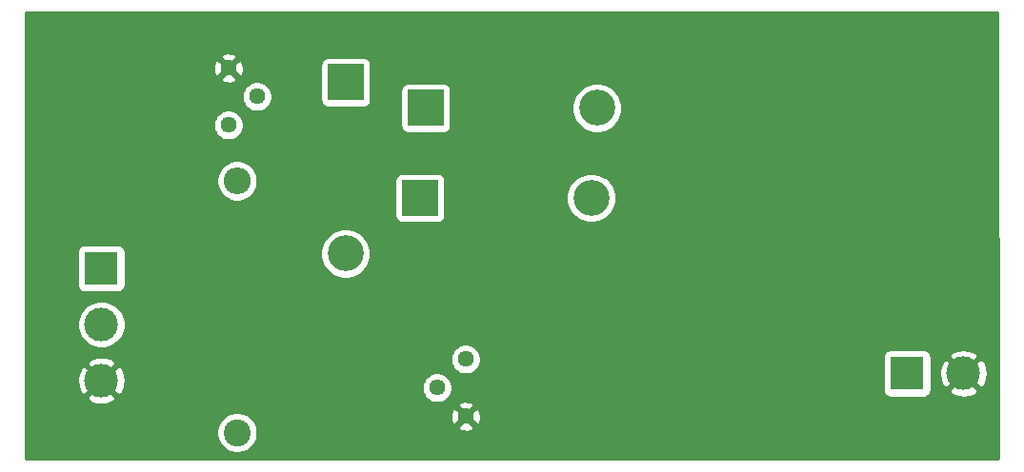
<source format=gbr>
%TF.GenerationSoftware,KiCad,Pcbnew,(5.1.10)-1*%
%TF.CreationDate,2021-08-31T13:48:21-07:00*%
%TF.ProjectId,Power Supply,506f7765-7220-4537-9570-706c792e6b69,rev?*%
%TF.SameCoordinates,Original*%
%TF.FileFunction,Copper,L2,Bot*%
%TF.FilePolarity,Positive*%
%FSLAX46Y46*%
G04 Gerber Fmt 4.6, Leading zero omitted, Abs format (unit mm)*
G04 Created by KiCad (PCBNEW (5.1.10)-1) date 2021-08-31 13:48:21*
%MOMM*%
%LPD*%
G01*
G04 APERTURE LIST*
%TA.AperFunction,ComponentPad*%
%ADD10C,1.440000*%
%TD*%
%TA.AperFunction,ComponentPad*%
%ADD11O,2.400000X2.400000*%
%TD*%
%TA.AperFunction,ComponentPad*%
%ADD12C,2.400000*%
%TD*%
%TA.AperFunction,ComponentPad*%
%ADD13C,3.000000*%
%TD*%
%TA.AperFunction,ComponentPad*%
%ADD14R,3.000000X3.000000*%
%TD*%
%TA.AperFunction,ComponentPad*%
%ADD15O,3.200000X3.200000*%
%TD*%
%TA.AperFunction,ComponentPad*%
%ADD16R,3.200000X3.200000*%
%TD*%
%TA.AperFunction,ViaPad*%
%ADD17C,0.800000*%
%TD*%
%TA.AperFunction,Conductor*%
%ADD18C,0.254000*%
%TD*%
%TA.AperFunction,Conductor*%
%ADD19C,0.100000*%
%TD*%
G04 APERTURE END LIST*
D10*
%TO.P,Current,3*%
%TO.N,+3V3*%
X213360000Y-63373000D03*
%TO.P,Current,2*%
%TO.N,Net-(RV2-Pad2)*%
X210820000Y-65913000D03*
%TO.P,Current,1*%
%TO.N,GND*%
X213360000Y-68453000D03*
%TD*%
%TO.P,Voltage,3*%
%TO.N,+VDC*%
X192278000Y-42545000D03*
%TO.P,Voltage,2*%
%TO.N,CurrentLimiter*%
X194818000Y-40005000D03*
%TO.P,Voltage,1*%
%TO.N,GND*%
X192278000Y-37465000D03*
%TD*%
D11*
%TO.P,R5,2*%
%TO.N,+VDC*%
X193040000Y-47498000D03*
D12*
%TO.P,R5,1*%
%TO.N,-VDC*%
X193040000Y-69898000D03*
%TD*%
D13*
%TO.P,GND    -     +,3*%
%TO.N,GND*%
X180975000Y-65278000D03*
%TO.P,GND    -     +,2*%
%TO.N,-VDC*%
X180975000Y-60278000D03*
D14*
%TO.P,GND    -     +,1*%
%TO.N,+VDC*%
X180975000Y-55278000D03*
%TD*%
D13*
%TO.P,+     -,2*%
%TO.N,GND*%
X257603000Y-64643000D03*
D14*
%TO.P,+     -,1*%
%TO.N,+BATT*%
X252603000Y-64643000D03*
%TD*%
D15*
%TO.P,D4,2*%
%TO.N,Net-(D4-Pad2)*%
X202692000Y-53975000D03*
D16*
%TO.P,D4,1*%
%TO.N,CurrentLimiter*%
X202692000Y-38735000D03*
%TD*%
D15*
%TO.P,D3,2*%
%TO.N,Net-(D3-Pad2)*%
X225044000Y-41021000D03*
D16*
%TO.P,D3,1*%
%TO.N,+VDC*%
X209804000Y-41021000D03*
%TD*%
D15*
%TO.P,D2,2*%
%TO.N,Net-(D2-Pad2)*%
X224536000Y-49022000D03*
D16*
%TO.P,D2,1*%
%TO.N,Net-(D1-Pad1)*%
X209296000Y-49022000D03*
%TD*%
D17*
%TO.N,GND*%
X259207000Y-41656000D03*
X256540000Y-41656000D03*
X254000000Y-41656000D03*
X251333000Y-41656000D03*
X248539000Y-48387000D03*
X259461000Y-54864000D03*
X256794000Y-54864000D03*
X254254000Y-54864000D03*
X251587000Y-54864000D03*
X251206000Y-43815000D03*
X251206000Y-45974000D03*
X251206000Y-48260000D03*
X251206000Y-50546000D03*
X254762000Y-37084000D03*
X247523000Y-37211000D03*
X259207000Y-39497000D03*
X256667000Y-39243000D03*
X254000000Y-39370000D03*
X256667000Y-37084000D03*
X259207000Y-37211000D03*
X259207000Y-34417000D03*
X256667000Y-34417000D03*
X254000000Y-34417000D03*
X251460000Y-34417000D03*
X249174000Y-34417000D03*
X246761000Y-34417000D03*
X243967000Y-34417000D03*
X243713000Y-41656000D03*
X249174000Y-37211000D03*
X181610000Y-35179000D03*
X192278000Y-35687000D03*
X190373000Y-37465000D03*
X180975000Y-68707000D03*
X200406000Y-67183000D03*
X198628000Y-66294000D03*
X213360000Y-70485000D03*
X216027000Y-68453000D03*
X219837000Y-71501000D03*
X226695000Y-71628000D03*
X241300000Y-65532000D03*
X241300000Y-66929000D03*
X241300000Y-68326000D03*
X241300000Y-69596000D03*
X241300000Y-71120000D03*
X243205000Y-69596000D03*
X247777000Y-69469000D03*
X201676000Y-59436000D03*
X221615000Y-61468000D03*
X217678000Y-60325000D03*
X219964000Y-61595000D03*
X217043000Y-34417000D03*
X219329000Y-34417000D03*
X211836000Y-34417000D03*
X224536000Y-34417000D03*
X214630000Y-34417000D03*
X221869000Y-34417000D03*
X227076000Y-34417000D03*
X209931000Y-34417000D03*
X199898000Y-34417000D03*
X197485000Y-34417000D03*
X207391000Y-34417000D03*
X194691000Y-34417000D03*
X204724000Y-34417000D03*
X202184000Y-34417000D03*
X190246000Y-34417000D03*
X182753000Y-34417000D03*
X192786000Y-34417000D03*
X187579000Y-34417000D03*
X177546000Y-34417000D03*
X180340000Y-34417000D03*
X185039000Y-34417000D03*
X175514000Y-49911000D03*
X175514000Y-34417000D03*
X175514000Y-44450000D03*
X175514000Y-36957000D03*
X175514000Y-39624000D03*
X175514000Y-46863000D03*
X175514000Y-42164000D03*
X187071000Y-69977000D03*
X182372000Y-69977000D03*
X179832000Y-69977000D03*
X177165000Y-69977000D03*
X174625000Y-69977000D03*
X184658000Y-69977000D03*
X187071000Y-71501000D03*
X179832000Y-71501000D03*
X174625000Y-71501000D03*
X184658000Y-71501000D03*
X177165000Y-71501000D03*
X182372000Y-71501000D03*
X177800000Y-49911000D03*
X177800000Y-46863000D03*
X177800000Y-44450000D03*
X183896000Y-44577000D03*
X183896000Y-50038000D03*
X183896000Y-46990000D03*
X186817000Y-46990000D03*
X186817000Y-50038000D03*
X186817000Y-44577000D03*
X206883000Y-55626000D03*
X206883000Y-58674000D03*
X206883000Y-53213000D03*
X198120000Y-51435000D03*
X198120000Y-53721000D03*
X198120000Y-49022000D03*
X198247000Y-43307000D03*
X198247000Y-40894000D03*
X198247000Y-45593000D03*
X210947000Y-72009000D03*
X213360000Y-72009000D03*
X215646000Y-72009000D03*
X218059000Y-67183000D03*
X218059000Y-71882000D03*
X218059000Y-69469000D03*
X208153000Y-67310000D03*
X208153000Y-72009000D03*
X208153000Y-69596000D03*
X248031000Y-71755000D03*
X243332000Y-71755000D03*
X245745000Y-71755000D03*
X247777000Y-54229000D03*
X247777000Y-56515000D03*
X247777000Y-58928000D03*
X243840000Y-58801000D03*
X243840000Y-56388000D03*
X243840000Y-54102000D03*
%TD*%
D18*
%TO.N,GND*%
X260703935Y-72238000D02*
X174269000Y-72238000D01*
X174269000Y-69717268D01*
X191205000Y-69717268D01*
X191205000Y-70078732D01*
X191275518Y-70433250D01*
X191413844Y-70767199D01*
X191614662Y-71067744D01*
X191870256Y-71323338D01*
X192170801Y-71524156D01*
X192504750Y-71662482D01*
X192859268Y-71733000D01*
X193220732Y-71733000D01*
X193575250Y-71662482D01*
X193909199Y-71524156D01*
X194209744Y-71323338D01*
X194465338Y-71067744D01*
X194666156Y-70767199D01*
X194804482Y-70433250D01*
X194875000Y-70078732D01*
X194875000Y-69717268D01*
X194809616Y-69388560D01*
X212604045Y-69388560D01*
X212665932Y-69624368D01*
X212907790Y-69737266D01*
X213167027Y-69800811D01*
X213433680Y-69812561D01*
X213697501Y-69772063D01*
X213948353Y-69680875D01*
X214054068Y-69624368D01*
X214115955Y-69388560D01*
X213360000Y-68632605D01*
X212604045Y-69388560D01*
X194809616Y-69388560D01*
X194804482Y-69362750D01*
X194666156Y-69028801D01*
X194465338Y-68728256D01*
X194263762Y-68526680D01*
X212000439Y-68526680D01*
X212040937Y-68790501D01*
X212132125Y-69041353D01*
X212188632Y-69147068D01*
X212424440Y-69208955D01*
X213180395Y-68453000D01*
X213539605Y-68453000D01*
X214295560Y-69208955D01*
X214531368Y-69147068D01*
X214644266Y-68905210D01*
X214707811Y-68645973D01*
X214719561Y-68379320D01*
X214679063Y-68115499D01*
X214587875Y-67864647D01*
X214531368Y-67758932D01*
X214295560Y-67697045D01*
X213539605Y-68453000D01*
X213180395Y-68453000D01*
X212424440Y-67697045D01*
X212188632Y-67758932D01*
X212075734Y-68000790D01*
X212012189Y-68260027D01*
X212000439Y-68526680D01*
X194263762Y-68526680D01*
X194209744Y-68472662D01*
X193909199Y-68271844D01*
X193575250Y-68133518D01*
X193220732Y-68063000D01*
X192859268Y-68063000D01*
X192504750Y-68133518D01*
X192170801Y-68271844D01*
X191870256Y-68472662D01*
X191614662Y-68728256D01*
X191413844Y-69028801D01*
X191275518Y-69362750D01*
X191205000Y-69717268D01*
X174269000Y-69717268D01*
X174269000Y-67517440D01*
X212604045Y-67517440D01*
X213360000Y-68273395D01*
X214115955Y-67517440D01*
X214054068Y-67281632D01*
X213812210Y-67168734D01*
X213552973Y-67105189D01*
X213286320Y-67093439D01*
X213022499Y-67133937D01*
X212771647Y-67225125D01*
X212665932Y-67281632D01*
X212604045Y-67517440D01*
X174269000Y-67517440D01*
X174269000Y-66769653D01*
X179662952Y-66769653D01*
X179818962Y-67085214D01*
X180193745Y-67276020D01*
X180598551Y-67390044D01*
X181017824Y-67422902D01*
X181435451Y-67373334D01*
X181835383Y-67243243D01*
X182131038Y-67085214D01*
X182287048Y-66769653D01*
X180975000Y-65457605D01*
X179662952Y-66769653D01*
X174269000Y-66769653D01*
X174269000Y-65320824D01*
X178830098Y-65320824D01*
X178879666Y-65738451D01*
X179009757Y-66138383D01*
X179167786Y-66434038D01*
X179483347Y-66590048D01*
X180795395Y-65278000D01*
X181154605Y-65278000D01*
X182466653Y-66590048D01*
X182782214Y-66434038D01*
X182973020Y-66059255D01*
X183051807Y-65779544D01*
X209465000Y-65779544D01*
X209465000Y-66046456D01*
X209517072Y-66308239D01*
X209619215Y-66554833D01*
X209767503Y-66776762D01*
X209956238Y-66965497D01*
X210178167Y-67113785D01*
X210424761Y-67215928D01*
X210686544Y-67268000D01*
X210953456Y-67268000D01*
X211215239Y-67215928D01*
X211461833Y-67113785D01*
X211683762Y-66965497D01*
X211872497Y-66776762D01*
X212020785Y-66554833D01*
X212122928Y-66308239D01*
X212175000Y-66046456D01*
X212175000Y-65779544D01*
X212122928Y-65517761D01*
X212020785Y-65271167D01*
X211872497Y-65049238D01*
X211683762Y-64860503D01*
X211461833Y-64712215D01*
X211215239Y-64610072D01*
X210953456Y-64558000D01*
X210686544Y-64558000D01*
X210424761Y-64610072D01*
X210178167Y-64712215D01*
X209956238Y-64860503D01*
X209767503Y-65049238D01*
X209619215Y-65271167D01*
X209517072Y-65517761D01*
X209465000Y-65779544D01*
X183051807Y-65779544D01*
X183087044Y-65654449D01*
X183119902Y-65235176D01*
X183070334Y-64817549D01*
X182940243Y-64417617D01*
X182782214Y-64121962D01*
X182466653Y-63965952D01*
X181154605Y-65278000D01*
X180795395Y-65278000D01*
X179483347Y-63965952D01*
X179167786Y-64121962D01*
X178976980Y-64496745D01*
X178862956Y-64901551D01*
X178830098Y-65320824D01*
X174269000Y-65320824D01*
X174269000Y-63786347D01*
X179662952Y-63786347D01*
X180975000Y-65098395D01*
X182287048Y-63786347D01*
X182131038Y-63470786D01*
X181756255Y-63279980D01*
X181612700Y-63239544D01*
X212005000Y-63239544D01*
X212005000Y-63506456D01*
X212057072Y-63768239D01*
X212159215Y-64014833D01*
X212307503Y-64236762D01*
X212496238Y-64425497D01*
X212718167Y-64573785D01*
X212964761Y-64675928D01*
X213226544Y-64728000D01*
X213493456Y-64728000D01*
X213755239Y-64675928D01*
X214001833Y-64573785D01*
X214223762Y-64425497D01*
X214412497Y-64236762D01*
X214560785Y-64014833D01*
X214662928Y-63768239D01*
X214715000Y-63506456D01*
X214715000Y-63239544D01*
X214695797Y-63143000D01*
X250464928Y-63143000D01*
X250464928Y-66143000D01*
X250477188Y-66267482D01*
X250513498Y-66387180D01*
X250572463Y-66497494D01*
X250651815Y-66594185D01*
X250748506Y-66673537D01*
X250858820Y-66732502D01*
X250978518Y-66768812D01*
X251103000Y-66781072D01*
X254103000Y-66781072D01*
X254227482Y-66768812D01*
X254347180Y-66732502D01*
X254457494Y-66673537D01*
X254554185Y-66594185D01*
X254633537Y-66497494D01*
X254692502Y-66387180D01*
X254728812Y-66267482D01*
X254741072Y-66143000D01*
X254741072Y-66134653D01*
X256290952Y-66134653D01*
X256446962Y-66450214D01*
X256821745Y-66641020D01*
X257226551Y-66755044D01*
X257645824Y-66787902D01*
X258063451Y-66738334D01*
X258463383Y-66608243D01*
X258759038Y-66450214D01*
X258915048Y-66134653D01*
X257603000Y-64822605D01*
X256290952Y-66134653D01*
X254741072Y-66134653D01*
X254741072Y-64685824D01*
X255458098Y-64685824D01*
X255507666Y-65103451D01*
X255637757Y-65503383D01*
X255795786Y-65799038D01*
X256111347Y-65955048D01*
X257423395Y-64643000D01*
X257782605Y-64643000D01*
X259094653Y-65955048D01*
X259410214Y-65799038D01*
X259601020Y-65424255D01*
X259715044Y-65019449D01*
X259747902Y-64600176D01*
X259698334Y-64182549D01*
X259568243Y-63782617D01*
X259410214Y-63486962D01*
X259094653Y-63330952D01*
X257782605Y-64643000D01*
X257423395Y-64643000D01*
X256111347Y-63330952D01*
X255795786Y-63486962D01*
X255604980Y-63861745D01*
X255490956Y-64266551D01*
X255458098Y-64685824D01*
X254741072Y-64685824D01*
X254741072Y-63151347D01*
X256290952Y-63151347D01*
X257603000Y-64463395D01*
X258915048Y-63151347D01*
X258759038Y-62835786D01*
X258384255Y-62644980D01*
X257979449Y-62530956D01*
X257560176Y-62498098D01*
X257142549Y-62547666D01*
X256742617Y-62677757D01*
X256446962Y-62835786D01*
X256290952Y-63151347D01*
X254741072Y-63151347D01*
X254741072Y-63143000D01*
X254728812Y-63018518D01*
X254692502Y-62898820D01*
X254633537Y-62788506D01*
X254554185Y-62691815D01*
X254457494Y-62612463D01*
X254347180Y-62553498D01*
X254227482Y-62517188D01*
X254103000Y-62504928D01*
X251103000Y-62504928D01*
X250978518Y-62517188D01*
X250858820Y-62553498D01*
X250748506Y-62612463D01*
X250651815Y-62691815D01*
X250572463Y-62788506D01*
X250513498Y-62898820D01*
X250477188Y-63018518D01*
X250464928Y-63143000D01*
X214695797Y-63143000D01*
X214662928Y-62977761D01*
X214560785Y-62731167D01*
X214412497Y-62509238D01*
X214223762Y-62320503D01*
X214001833Y-62172215D01*
X213755239Y-62070072D01*
X213493456Y-62018000D01*
X213226544Y-62018000D01*
X212964761Y-62070072D01*
X212718167Y-62172215D01*
X212496238Y-62320503D01*
X212307503Y-62509238D01*
X212159215Y-62731167D01*
X212057072Y-62977761D01*
X212005000Y-63239544D01*
X181612700Y-63239544D01*
X181351449Y-63165956D01*
X180932176Y-63133098D01*
X180514549Y-63182666D01*
X180114617Y-63312757D01*
X179818962Y-63470786D01*
X179662952Y-63786347D01*
X174269000Y-63786347D01*
X174269000Y-60067721D01*
X178840000Y-60067721D01*
X178840000Y-60488279D01*
X178922047Y-60900756D01*
X179082988Y-61289302D01*
X179316637Y-61638983D01*
X179614017Y-61936363D01*
X179963698Y-62170012D01*
X180352244Y-62330953D01*
X180764721Y-62413000D01*
X181185279Y-62413000D01*
X181597756Y-62330953D01*
X181986302Y-62170012D01*
X182335983Y-61936363D01*
X182633363Y-61638983D01*
X182867012Y-61289302D01*
X183027953Y-60900756D01*
X183110000Y-60488279D01*
X183110000Y-60067721D01*
X183027953Y-59655244D01*
X182867012Y-59266698D01*
X182633363Y-58917017D01*
X182335983Y-58619637D01*
X181986302Y-58385988D01*
X181597756Y-58225047D01*
X181185279Y-58143000D01*
X180764721Y-58143000D01*
X180352244Y-58225047D01*
X179963698Y-58385988D01*
X179614017Y-58619637D01*
X179316637Y-58917017D01*
X179082988Y-59266698D01*
X178922047Y-59655244D01*
X178840000Y-60067721D01*
X174269000Y-60067721D01*
X174269000Y-53778000D01*
X178836928Y-53778000D01*
X178836928Y-56778000D01*
X178849188Y-56902482D01*
X178885498Y-57022180D01*
X178944463Y-57132494D01*
X179023815Y-57229185D01*
X179120506Y-57308537D01*
X179230820Y-57367502D01*
X179350518Y-57403812D01*
X179475000Y-57416072D01*
X182475000Y-57416072D01*
X182599482Y-57403812D01*
X182719180Y-57367502D01*
X182829494Y-57308537D01*
X182926185Y-57229185D01*
X183005537Y-57132494D01*
X183064502Y-57022180D01*
X183100812Y-56902482D01*
X183113072Y-56778000D01*
X183113072Y-53778000D01*
X183110795Y-53754872D01*
X200457000Y-53754872D01*
X200457000Y-54195128D01*
X200542890Y-54626925D01*
X200711369Y-55033669D01*
X200955962Y-55399729D01*
X201267271Y-55711038D01*
X201633331Y-55955631D01*
X202040075Y-56124110D01*
X202471872Y-56210000D01*
X202912128Y-56210000D01*
X203343925Y-56124110D01*
X203750669Y-55955631D01*
X204116729Y-55711038D01*
X204428038Y-55399729D01*
X204672631Y-55033669D01*
X204841110Y-54626925D01*
X204927000Y-54195128D01*
X204927000Y-53754872D01*
X204841110Y-53323075D01*
X204672631Y-52916331D01*
X204428038Y-52550271D01*
X204116729Y-52238962D01*
X203750669Y-51994369D01*
X203343925Y-51825890D01*
X202912128Y-51740000D01*
X202471872Y-51740000D01*
X202040075Y-51825890D01*
X201633331Y-51994369D01*
X201267271Y-52238962D01*
X200955962Y-52550271D01*
X200711369Y-52916331D01*
X200542890Y-53323075D01*
X200457000Y-53754872D01*
X183110795Y-53754872D01*
X183100812Y-53653518D01*
X183064502Y-53533820D01*
X183005537Y-53423506D01*
X182926185Y-53326815D01*
X182829494Y-53247463D01*
X182719180Y-53188498D01*
X182599482Y-53152188D01*
X182475000Y-53139928D01*
X179475000Y-53139928D01*
X179350518Y-53152188D01*
X179230820Y-53188498D01*
X179120506Y-53247463D01*
X179023815Y-53326815D01*
X178944463Y-53423506D01*
X178885498Y-53533820D01*
X178849188Y-53653518D01*
X178836928Y-53778000D01*
X174269000Y-53778000D01*
X174269000Y-47317268D01*
X191205000Y-47317268D01*
X191205000Y-47678732D01*
X191275518Y-48033250D01*
X191413844Y-48367199D01*
X191614662Y-48667744D01*
X191870256Y-48923338D01*
X192170801Y-49124156D01*
X192504750Y-49262482D01*
X192859268Y-49333000D01*
X193220732Y-49333000D01*
X193575250Y-49262482D01*
X193909199Y-49124156D01*
X194209744Y-48923338D01*
X194465338Y-48667744D01*
X194666156Y-48367199D01*
X194804482Y-48033250D01*
X194875000Y-47678732D01*
X194875000Y-47422000D01*
X207057928Y-47422000D01*
X207057928Y-50622000D01*
X207070188Y-50746482D01*
X207106498Y-50866180D01*
X207165463Y-50976494D01*
X207244815Y-51073185D01*
X207341506Y-51152537D01*
X207451820Y-51211502D01*
X207571518Y-51247812D01*
X207696000Y-51260072D01*
X210896000Y-51260072D01*
X211020482Y-51247812D01*
X211140180Y-51211502D01*
X211250494Y-51152537D01*
X211347185Y-51073185D01*
X211426537Y-50976494D01*
X211485502Y-50866180D01*
X211521812Y-50746482D01*
X211534072Y-50622000D01*
X211534072Y-48801872D01*
X222301000Y-48801872D01*
X222301000Y-49242128D01*
X222386890Y-49673925D01*
X222555369Y-50080669D01*
X222799962Y-50446729D01*
X223111271Y-50758038D01*
X223477331Y-51002631D01*
X223884075Y-51171110D01*
X224315872Y-51257000D01*
X224756128Y-51257000D01*
X225187925Y-51171110D01*
X225594669Y-51002631D01*
X225960729Y-50758038D01*
X226272038Y-50446729D01*
X226516631Y-50080669D01*
X226685110Y-49673925D01*
X226771000Y-49242128D01*
X226771000Y-48801872D01*
X226685110Y-48370075D01*
X226516631Y-47963331D01*
X226272038Y-47597271D01*
X225960729Y-47285962D01*
X225594669Y-47041369D01*
X225187925Y-46872890D01*
X224756128Y-46787000D01*
X224315872Y-46787000D01*
X223884075Y-46872890D01*
X223477331Y-47041369D01*
X223111271Y-47285962D01*
X222799962Y-47597271D01*
X222555369Y-47963331D01*
X222386890Y-48370075D01*
X222301000Y-48801872D01*
X211534072Y-48801872D01*
X211534072Y-47422000D01*
X211521812Y-47297518D01*
X211485502Y-47177820D01*
X211426537Y-47067506D01*
X211347185Y-46970815D01*
X211250494Y-46891463D01*
X211140180Y-46832498D01*
X211020482Y-46796188D01*
X210896000Y-46783928D01*
X207696000Y-46783928D01*
X207571518Y-46796188D01*
X207451820Y-46832498D01*
X207341506Y-46891463D01*
X207244815Y-46970815D01*
X207165463Y-47067506D01*
X207106498Y-47177820D01*
X207070188Y-47297518D01*
X207057928Y-47422000D01*
X194875000Y-47422000D01*
X194875000Y-47317268D01*
X194804482Y-46962750D01*
X194666156Y-46628801D01*
X194465338Y-46328256D01*
X194209744Y-46072662D01*
X193909199Y-45871844D01*
X193575250Y-45733518D01*
X193220732Y-45663000D01*
X192859268Y-45663000D01*
X192504750Y-45733518D01*
X192170801Y-45871844D01*
X191870256Y-46072662D01*
X191614662Y-46328256D01*
X191413844Y-46628801D01*
X191275518Y-46962750D01*
X191205000Y-47317268D01*
X174269000Y-47317268D01*
X174269000Y-42411544D01*
X190923000Y-42411544D01*
X190923000Y-42678456D01*
X190975072Y-42940239D01*
X191077215Y-43186833D01*
X191225503Y-43408762D01*
X191414238Y-43597497D01*
X191636167Y-43745785D01*
X191882761Y-43847928D01*
X192144544Y-43900000D01*
X192411456Y-43900000D01*
X192673239Y-43847928D01*
X192919833Y-43745785D01*
X193141762Y-43597497D01*
X193330497Y-43408762D01*
X193478785Y-43186833D01*
X193580928Y-42940239D01*
X193633000Y-42678456D01*
X193633000Y-42411544D01*
X193580928Y-42149761D01*
X193478785Y-41903167D01*
X193330497Y-41681238D01*
X193141762Y-41492503D01*
X192919833Y-41344215D01*
X192673239Y-41242072D01*
X192411456Y-41190000D01*
X192144544Y-41190000D01*
X191882761Y-41242072D01*
X191636167Y-41344215D01*
X191414238Y-41492503D01*
X191225503Y-41681238D01*
X191077215Y-41903167D01*
X190975072Y-42149761D01*
X190923000Y-42411544D01*
X174269000Y-42411544D01*
X174269000Y-39871544D01*
X193463000Y-39871544D01*
X193463000Y-40138456D01*
X193515072Y-40400239D01*
X193617215Y-40646833D01*
X193765503Y-40868762D01*
X193954238Y-41057497D01*
X194176167Y-41205785D01*
X194422761Y-41307928D01*
X194684544Y-41360000D01*
X194951456Y-41360000D01*
X195213239Y-41307928D01*
X195459833Y-41205785D01*
X195681762Y-41057497D01*
X195870497Y-40868762D01*
X196018785Y-40646833D01*
X196120928Y-40400239D01*
X196173000Y-40138456D01*
X196173000Y-39871544D01*
X196120928Y-39609761D01*
X196018785Y-39363167D01*
X195870497Y-39141238D01*
X195681762Y-38952503D01*
X195459833Y-38804215D01*
X195213239Y-38702072D01*
X194951456Y-38650000D01*
X194684544Y-38650000D01*
X194422761Y-38702072D01*
X194176167Y-38804215D01*
X193954238Y-38952503D01*
X193765503Y-39141238D01*
X193617215Y-39363167D01*
X193515072Y-39609761D01*
X193463000Y-39871544D01*
X174269000Y-39871544D01*
X174269000Y-38400560D01*
X191522045Y-38400560D01*
X191583932Y-38636368D01*
X191825790Y-38749266D01*
X192085027Y-38812811D01*
X192351680Y-38824561D01*
X192615501Y-38784063D01*
X192866353Y-38692875D01*
X192972068Y-38636368D01*
X193033955Y-38400560D01*
X192278000Y-37644605D01*
X191522045Y-38400560D01*
X174269000Y-38400560D01*
X174269000Y-37538680D01*
X190918439Y-37538680D01*
X190958937Y-37802501D01*
X191050125Y-38053353D01*
X191106632Y-38159068D01*
X191342440Y-38220955D01*
X192098395Y-37465000D01*
X192457605Y-37465000D01*
X193213560Y-38220955D01*
X193449368Y-38159068D01*
X193562266Y-37917210D01*
X193625811Y-37657973D01*
X193637561Y-37391320D01*
X193598215Y-37135000D01*
X200453928Y-37135000D01*
X200453928Y-40335000D01*
X200466188Y-40459482D01*
X200502498Y-40579180D01*
X200561463Y-40689494D01*
X200640815Y-40786185D01*
X200737506Y-40865537D01*
X200847820Y-40924502D01*
X200967518Y-40960812D01*
X201092000Y-40973072D01*
X204292000Y-40973072D01*
X204416482Y-40960812D01*
X204536180Y-40924502D01*
X204646494Y-40865537D01*
X204743185Y-40786185D01*
X204822537Y-40689494D01*
X204881502Y-40579180D01*
X204917812Y-40459482D01*
X204930072Y-40335000D01*
X204930072Y-39421000D01*
X207565928Y-39421000D01*
X207565928Y-42621000D01*
X207578188Y-42745482D01*
X207614498Y-42865180D01*
X207673463Y-42975494D01*
X207752815Y-43072185D01*
X207849506Y-43151537D01*
X207959820Y-43210502D01*
X208079518Y-43246812D01*
X208204000Y-43259072D01*
X211404000Y-43259072D01*
X211528482Y-43246812D01*
X211648180Y-43210502D01*
X211758494Y-43151537D01*
X211855185Y-43072185D01*
X211934537Y-42975494D01*
X211993502Y-42865180D01*
X212029812Y-42745482D01*
X212042072Y-42621000D01*
X212042072Y-40800872D01*
X222809000Y-40800872D01*
X222809000Y-41241128D01*
X222894890Y-41672925D01*
X223063369Y-42079669D01*
X223307962Y-42445729D01*
X223619271Y-42757038D01*
X223985331Y-43001631D01*
X224392075Y-43170110D01*
X224823872Y-43256000D01*
X225264128Y-43256000D01*
X225695925Y-43170110D01*
X226102669Y-43001631D01*
X226468729Y-42757038D01*
X226780038Y-42445729D01*
X227024631Y-42079669D01*
X227193110Y-41672925D01*
X227279000Y-41241128D01*
X227279000Y-40800872D01*
X227193110Y-40369075D01*
X227024631Y-39962331D01*
X226780038Y-39596271D01*
X226468729Y-39284962D01*
X226102669Y-39040369D01*
X225695925Y-38871890D01*
X225264128Y-38786000D01*
X224823872Y-38786000D01*
X224392075Y-38871890D01*
X223985331Y-39040369D01*
X223619271Y-39284962D01*
X223307962Y-39596271D01*
X223063369Y-39962331D01*
X222894890Y-40369075D01*
X222809000Y-40800872D01*
X212042072Y-40800872D01*
X212042072Y-39421000D01*
X212029812Y-39296518D01*
X211993502Y-39176820D01*
X211934537Y-39066506D01*
X211855185Y-38969815D01*
X211758494Y-38890463D01*
X211648180Y-38831498D01*
X211528482Y-38795188D01*
X211404000Y-38782928D01*
X208204000Y-38782928D01*
X208079518Y-38795188D01*
X207959820Y-38831498D01*
X207849506Y-38890463D01*
X207752815Y-38969815D01*
X207673463Y-39066506D01*
X207614498Y-39176820D01*
X207578188Y-39296518D01*
X207565928Y-39421000D01*
X204930072Y-39421000D01*
X204930072Y-37135000D01*
X204917812Y-37010518D01*
X204881502Y-36890820D01*
X204822537Y-36780506D01*
X204743185Y-36683815D01*
X204646494Y-36604463D01*
X204536180Y-36545498D01*
X204416482Y-36509188D01*
X204292000Y-36496928D01*
X201092000Y-36496928D01*
X200967518Y-36509188D01*
X200847820Y-36545498D01*
X200737506Y-36604463D01*
X200640815Y-36683815D01*
X200561463Y-36780506D01*
X200502498Y-36890820D01*
X200466188Y-37010518D01*
X200453928Y-37135000D01*
X193598215Y-37135000D01*
X193597063Y-37127499D01*
X193505875Y-36876647D01*
X193449368Y-36770932D01*
X193213560Y-36709045D01*
X192457605Y-37465000D01*
X192098395Y-37465000D01*
X191342440Y-36709045D01*
X191106632Y-36770932D01*
X190993734Y-37012790D01*
X190930189Y-37272027D01*
X190918439Y-37538680D01*
X174269000Y-37538680D01*
X174269000Y-36529440D01*
X191522045Y-36529440D01*
X192278000Y-37285395D01*
X193033955Y-36529440D01*
X192972068Y-36293632D01*
X192730210Y-36180734D01*
X192470973Y-36117189D01*
X192204320Y-36105439D01*
X191940499Y-36145937D01*
X191689647Y-36237125D01*
X191583932Y-36293632D01*
X191522045Y-36529440D01*
X174269000Y-36529440D01*
X174269000Y-32537000D01*
X260579869Y-32537000D01*
X260703935Y-72238000D01*
%TA.AperFunction,Conductor*%
D19*
G36*
X260703935Y-72238000D02*
G01*
X174269000Y-72238000D01*
X174269000Y-69717268D01*
X191205000Y-69717268D01*
X191205000Y-70078732D01*
X191275518Y-70433250D01*
X191413844Y-70767199D01*
X191614662Y-71067744D01*
X191870256Y-71323338D01*
X192170801Y-71524156D01*
X192504750Y-71662482D01*
X192859268Y-71733000D01*
X193220732Y-71733000D01*
X193575250Y-71662482D01*
X193909199Y-71524156D01*
X194209744Y-71323338D01*
X194465338Y-71067744D01*
X194666156Y-70767199D01*
X194804482Y-70433250D01*
X194875000Y-70078732D01*
X194875000Y-69717268D01*
X194809616Y-69388560D01*
X212604045Y-69388560D01*
X212665932Y-69624368D01*
X212907790Y-69737266D01*
X213167027Y-69800811D01*
X213433680Y-69812561D01*
X213697501Y-69772063D01*
X213948353Y-69680875D01*
X214054068Y-69624368D01*
X214115955Y-69388560D01*
X213360000Y-68632605D01*
X212604045Y-69388560D01*
X194809616Y-69388560D01*
X194804482Y-69362750D01*
X194666156Y-69028801D01*
X194465338Y-68728256D01*
X194263762Y-68526680D01*
X212000439Y-68526680D01*
X212040937Y-68790501D01*
X212132125Y-69041353D01*
X212188632Y-69147068D01*
X212424440Y-69208955D01*
X213180395Y-68453000D01*
X213539605Y-68453000D01*
X214295560Y-69208955D01*
X214531368Y-69147068D01*
X214644266Y-68905210D01*
X214707811Y-68645973D01*
X214719561Y-68379320D01*
X214679063Y-68115499D01*
X214587875Y-67864647D01*
X214531368Y-67758932D01*
X214295560Y-67697045D01*
X213539605Y-68453000D01*
X213180395Y-68453000D01*
X212424440Y-67697045D01*
X212188632Y-67758932D01*
X212075734Y-68000790D01*
X212012189Y-68260027D01*
X212000439Y-68526680D01*
X194263762Y-68526680D01*
X194209744Y-68472662D01*
X193909199Y-68271844D01*
X193575250Y-68133518D01*
X193220732Y-68063000D01*
X192859268Y-68063000D01*
X192504750Y-68133518D01*
X192170801Y-68271844D01*
X191870256Y-68472662D01*
X191614662Y-68728256D01*
X191413844Y-69028801D01*
X191275518Y-69362750D01*
X191205000Y-69717268D01*
X174269000Y-69717268D01*
X174269000Y-67517440D01*
X212604045Y-67517440D01*
X213360000Y-68273395D01*
X214115955Y-67517440D01*
X214054068Y-67281632D01*
X213812210Y-67168734D01*
X213552973Y-67105189D01*
X213286320Y-67093439D01*
X213022499Y-67133937D01*
X212771647Y-67225125D01*
X212665932Y-67281632D01*
X212604045Y-67517440D01*
X174269000Y-67517440D01*
X174269000Y-66769653D01*
X179662952Y-66769653D01*
X179818962Y-67085214D01*
X180193745Y-67276020D01*
X180598551Y-67390044D01*
X181017824Y-67422902D01*
X181435451Y-67373334D01*
X181835383Y-67243243D01*
X182131038Y-67085214D01*
X182287048Y-66769653D01*
X180975000Y-65457605D01*
X179662952Y-66769653D01*
X174269000Y-66769653D01*
X174269000Y-65320824D01*
X178830098Y-65320824D01*
X178879666Y-65738451D01*
X179009757Y-66138383D01*
X179167786Y-66434038D01*
X179483347Y-66590048D01*
X180795395Y-65278000D01*
X181154605Y-65278000D01*
X182466653Y-66590048D01*
X182782214Y-66434038D01*
X182973020Y-66059255D01*
X183051807Y-65779544D01*
X209465000Y-65779544D01*
X209465000Y-66046456D01*
X209517072Y-66308239D01*
X209619215Y-66554833D01*
X209767503Y-66776762D01*
X209956238Y-66965497D01*
X210178167Y-67113785D01*
X210424761Y-67215928D01*
X210686544Y-67268000D01*
X210953456Y-67268000D01*
X211215239Y-67215928D01*
X211461833Y-67113785D01*
X211683762Y-66965497D01*
X211872497Y-66776762D01*
X212020785Y-66554833D01*
X212122928Y-66308239D01*
X212175000Y-66046456D01*
X212175000Y-65779544D01*
X212122928Y-65517761D01*
X212020785Y-65271167D01*
X211872497Y-65049238D01*
X211683762Y-64860503D01*
X211461833Y-64712215D01*
X211215239Y-64610072D01*
X210953456Y-64558000D01*
X210686544Y-64558000D01*
X210424761Y-64610072D01*
X210178167Y-64712215D01*
X209956238Y-64860503D01*
X209767503Y-65049238D01*
X209619215Y-65271167D01*
X209517072Y-65517761D01*
X209465000Y-65779544D01*
X183051807Y-65779544D01*
X183087044Y-65654449D01*
X183119902Y-65235176D01*
X183070334Y-64817549D01*
X182940243Y-64417617D01*
X182782214Y-64121962D01*
X182466653Y-63965952D01*
X181154605Y-65278000D01*
X180795395Y-65278000D01*
X179483347Y-63965952D01*
X179167786Y-64121962D01*
X178976980Y-64496745D01*
X178862956Y-64901551D01*
X178830098Y-65320824D01*
X174269000Y-65320824D01*
X174269000Y-63786347D01*
X179662952Y-63786347D01*
X180975000Y-65098395D01*
X182287048Y-63786347D01*
X182131038Y-63470786D01*
X181756255Y-63279980D01*
X181612700Y-63239544D01*
X212005000Y-63239544D01*
X212005000Y-63506456D01*
X212057072Y-63768239D01*
X212159215Y-64014833D01*
X212307503Y-64236762D01*
X212496238Y-64425497D01*
X212718167Y-64573785D01*
X212964761Y-64675928D01*
X213226544Y-64728000D01*
X213493456Y-64728000D01*
X213755239Y-64675928D01*
X214001833Y-64573785D01*
X214223762Y-64425497D01*
X214412497Y-64236762D01*
X214560785Y-64014833D01*
X214662928Y-63768239D01*
X214715000Y-63506456D01*
X214715000Y-63239544D01*
X214695797Y-63143000D01*
X250464928Y-63143000D01*
X250464928Y-66143000D01*
X250477188Y-66267482D01*
X250513498Y-66387180D01*
X250572463Y-66497494D01*
X250651815Y-66594185D01*
X250748506Y-66673537D01*
X250858820Y-66732502D01*
X250978518Y-66768812D01*
X251103000Y-66781072D01*
X254103000Y-66781072D01*
X254227482Y-66768812D01*
X254347180Y-66732502D01*
X254457494Y-66673537D01*
X254554185Y-66594185D01*
X254633537Y-66497494D01*
X254692502Y-66387180D01*
X254728812Y-66267482D01*
X254741072Y-66143000D01*
X254741072Y-66134653D01*
X256290952Y-66134653D01*
X256446962Y-66450214D01*
X256821745Y-66641020D01*
X257226551Y-66755044D01*
X257645824Y-66787902D01*
X258063451Y-66738334D01*
X258463383Y-66608243D01*
X258759038Y-66450214D01*
X258915048Y-66134653D01*
X257603000Y-64822605D01*
X256290952Y-66134653D01*
X254741072Y-66134653D01*
X254741072Y-64685824D01*
X255458098Y-64685824D01*
X255507666Y-65103451D01*
X255637757Y-65503383D01*
X255795786Y-65799038D01*
X256111347Y-65955048D01*
X257423395Y-64643000D01*
X257782605Y-64643000D01*
X259094653Y-65955048D01*
X259410214Y-65799038D01*
X259601020Y-65424255D01*
X259715044Y-65019449D01*
X259747902Y-64600176D01*
X259698334Y-64182549D01*
X259568243Y-63782617D01*
X259410214Y-63486962D01*
X259094653Y-63330952D01*
X257782605Y-64643000D01*
X257423395Y-64643000D01*
X256111347Y-63330952D01*
X255795786Y-63486962D01*
X255604980Y-63861745D01*
X255490956Y-64266551D01*
X255458098Y-64685824D01*
X254741072Y-64685824D01*
X254741072Y-63151347D01*
X256290952Y-63151347D01*
X257603000Y-64463395D01*
X258915048Y-63151347D01*
X258759038Y-62835786D01*
X258384255Y-62644980D01*
X257979449Y-62530956D01*
X257560176Y-62498098D01*
X257142549Y-62547666D01*
X256742617Y-62677757D01*
X256446962Y-62835786D01*
X256290952Y-63151347D01*
X254741072Y-63151347D01*
X254741072Y-63143000D01*
X254728812Y-63018518D01*
X254692502Y-62898820D01*
X254633537Y-62788506D01*
X254554185Y-62691815D01*
X254457494Y-62612463D01*
X254347180Y-62553498D01*
X254227482Y-62517188D01*
X254103000Y-62504928D01*
X251103000Y-62504928D01*
X250978518Y-62517188D01*
X250858820Y-62553498D01*
X250748506Y-62612463D01*
X250651815Y-62691815D01*
X250572463Y-62788506D01*
X250513498Y-62898820D01*
X250477188Y-63018518D01*
X250464928Y-63143000D01*
X214695797Y-63143000D01*
X214662928Y-62977761D01*
X214560785Y-62731167D01*
X214412497Y-62509238D01*
X214223762Y-62320503D01*
X214001833Y-62172215D01*
X213755239Y-62070072D01*
X213493456Y-62018000D01*
X213226544Y-62018000D01*
X212964761Y-62070072D01*
X212718167Y-62172215D01*
X212496238Y-62320503D01*
X212307503Y-62509238D01*
X212159215Y-62731167D01*
X212057072Y-62977761D01*
X212005000Y-63239544D01*
X181612700Y-63239544D01*
X181351449Y-63165956D01*
X180932176Y-63133098D01*
X180514549Y-63182666D01*
X180114617Y-63312757D01*
X179818962Y-63470786D01*
X179662952Y-63786347D01*
X174269000Y-63786347D01*
X174269000Y-60067721D01*
X178840000Y-60067721D01*
X178840000Y-60488279D01*
X178922047Y-60900756D01*
X179082988Y-61289302D01*
X179316637Y-61638983D01*
X179614017Y-61936363D01*
X179963698Y-62170012D01*
X180352244Y-62330953D01*
X180764721Y-62413000D01*
X181185279Y-62413000D01*
X181597756Y-62330953D01*
X181986302Y-62170012D01*
X182335983Y-61936363D01*
X182633363Y-61638983D01*
X182867012Y-61289302D01*
X183027953Y-60900756D01*
X183110000Y-60488279D01*
X183110000Y-60067721D01*
X183027953Y-59655244D01*
X182867012Y-59266698D01*
X182633363Y-58917017D01*
X182335983Y-58619637D01*
X181986302Y-58385988D01*
X181597756Y-58225047D01*
X181185279Y-58143000D01*
X180764721Y-58143000D01*
X180352244Y-58225047D01*
X179963698Y-58385988D01*
X179614017Y-58619637D01*
X179316637Y-58917017D01*
X179082988Y-59266698D01*
X178922047Y-59655244D01*
X178840000Y-60067721D01*
X174269000Y-60067721D01*
X174269000Y-53778000D01*
X178836928Y-53778000D01*
X178836928Y-56778000D01*
X178849188Y-56902482D01*
X178885498Y-57022180D01*
X178944463Y-57132494D01*
X179023815Y-57229185D01*
X179120506Y-57308537D01*
X179230820Y-57367502D01*
X179350518Y-57403812D01*
X179475000Y-57416072D01*
X182475000Y-57416072D01*
X182599482Y-57403812D01*
X182719180Y-57367502D01*
X182829494Y-57308537D01*
X182926185Y-57229185D01*
X183005537Y-57132494D01*
X183064502Y-57022180D01*
X183100812Y-56902482D01*
X183113072Y-56778000D01*
X183113072Y-53778000D01*
X183110795Y-53754872D01*
X200457000Y-53754872D01*
X200457000Y-54195128D01*
X200542890Y-54626925D01*
X200711369Y-55033669D01*
X200955962Y-55399729D01*
X201267271Y-55711038D01*
X201633331Y-55955631D01*
X202040075Y-56124110D01*
X202471872Y-56210000D01*
X202912128Y-56210000D01*
X203343925Y-56124110D01*
X203750669Y-55955631D01*
X204116729Y-55711038D01*
X204428038Y-55399729D01*
X204672631Y-55033669D01*
X204841110Y-54626925D01*
X204927000Y-54195128D01*
X204927000Y-53754872D01*
X204841110Y-53323075D01*
X204672631Y-52916331D01*
X204428038Y-52550271D01*
X204116729Y-52238962D01*
X203750669Y-51994369D01*
X203343925Y-51825890D01*
X202912128Y-51740000D01*
X202471872Y-51740000D01*
X202040075Y-51825890D01*
X201633331Y-51994369D01*
X201267271Y-52238962D01*
X200955962Y-52550271D01*
X200711369Y-52916331D01*
X200542890Y-53323075D01*
X200457000Y-53754872D01*
X183110795Y-53754872D01*
X183100812Y-53653518D01*
X183064502Y-53533820D01*
X183005537Y-53423506D01*
X182926185Y-53326815D01*
X182829494Y-53247463D01*
X182719180Y-53188498D01*
X182599482Y-53152188D01*
X182475000Y-53139928D01*
X179475000Y-53139928D01*
X179350518Y-53152188D01*
X179230820Y-53188498D01*
X179120506Y-53247463D01*
X179023815Y-53326815D01*
X178944463Y-53423506D01*
X178885498Y-53533820D01*
X178849188Y-53653518D01*
X178836928Y-53778000D01*
X174269000Y-53778000D01*
X174269000Y-47317268D01*
X191205000Y-47317268D01*
X191205000Y-47678732D01*
X191275518Y-48033250D01*
X191413844Y-48367199D01*
X191614662Y-48667744D01*
X191870256Y-48923338D01*
X192170801Y-49124156D01*
X192504750Y-49262482D01*
X192859268Y-49333000D01*
X193220732Y-49333000D01*
X193575250Y-49262482D01*
X193909199Y-49124156D01*
X194209744Y-48923338D01*
X194465338Y-48667744D01*
X194666156Y-48367199D01*
X194804482Y-48033250D01*
X194875000Y-47678732D01*
X194875000Y-47422000D01*
X207057928Y-47422000D01*
X207057928Y-50622000D01*
X207070188Y-50746482D01*
X207106498Y-50866180D01*
X207165463Y-50976494D01*
X207244815Y-51073185D01*
X207341506Y-51152537D01*
X207451820Y-51211502D01*
X207571518Y-51247812D01*
X207696000Y-51260072D01*
X210896000Y-51260072D01*
X211020482Y-51247812D01*
X211140180Y-51211502D01*
X211250494Y-51152537D01*
X211347185Y-51073185D01*
X211426537Y-50976494D01*
X211485502Y-50866180D01*
X211521812Y-50746482D01*
X211534072Y-50622000D01*
X211534072Y-48801872D01*
X222301000Y-48801872D01*
X222301000Y-49242128D01*
X222386890Y-49673925D01*
X222555369Y-50080669D01*
X222799962Y-50446729D01*
X223111271Y-50758038D01*
X223477331Y-51002631D01*
X223884075Y-51171110D01*
X224315872Y-51257000D01*
X224756128Y-51257000D01*
X225187925Y-51171110D01*
X225594669Y-51002631D01*
X225960729Y-50758038D01*
X226272038Y-50446729D01*
X226516631Y-50080669D01*
X226685110Y-49673925D01*
X226771000Y-49242128D01*
X226771000Y-48801872D01*
X226685110Y-48370075D01*
X226516631Y-47963331D01*
X226272038Y-47597271D01*
X225960729Y-47285962D01*
X225594669Y-47041369D01*
X225187925Y-46872890D01*
X224756128Y-46787000D01*
X224315872Y-46787000D01*
X223884075Y-46872890D01*
X223477331Y-47041369D01*
X223111271Y-47285962D01*
X222799962Y-47597271D01*
X222555369Y-47963331D01*
X222386890Y-48370075D01*
X222301000Y-48801872D01*
X211534072Y-48801872D01*
X211534072Y-47422000D01*
X211521812Y-47297518D01*
X211485502Y-47177820D01*
X211426537Y-47067506D01*
X211347185Y-46970815D01*
X211250494Y-46891463D01*
X211140180Y-46832498D01*
X211020482Y-46796188D01*
X210896000Y-46783928D01*
X207696000Y-46783928D01*
X207571518Y-46796188D01*
X207451820Y-46832498D01*
X207341506Y-46891463D01*
X207244815Y-46970815D01*
X207165463Y-47067506D01*
X207106498Y-47177820D01*
X207070188Y-47297518D01*
X207057928Y-47422000D01*
X194875000Y-47422000D01*
X194875000Y-47317268D01*
X194804482Y-46962750D01*
X194666156Y-46628801D01*
X194465338Y-46328256D01*
X194209744Y-46072662D01*
X193909199Y-45871844D01*
X193575250Y-45733518D01*
X193220732Y-45663000D01*
X192859268Y-45663000D01*
X192504750Y-45733518D01*
X192170801Y-45871844D01*
X191870256Y-46072662D01*
X191614662Y-46328256D01*
X191413844Y-46628801D01*
X191275518Y-46962750D01*
X191205000Y-47317268D01*
X174269000Y-47317268D01*
X174269000Y-42411544D01*
X190923000Y-42411544D01*
X190923000Y-42678456D01*
X190975072Y-42940239D01*
X191077215Y-43186833D01*
X191225503Y-43408762D01*
X191414238Y-43597497D01*
X191636167Y-43745785D01*
X191882761Y-43847928D01*
X192144544Y-43900000D01*
X192411456Y-43900000D01*
X192673239Y-43847928D01*
X192919833Y-43745785D01*
X193141762Y-43597497D01*
X193330497Y-43408762D01*
X193478785Y-43186833D01*
X193580928Y-42940239D01*
X193633000Y-42678456D01*
X193633000Y-42411544D01*
X193580928Y-42149761D01*
X193478785Y-41903167D01*
X193330497Y-41681238D01*
X193141762Y-41492503D01*
X192919833Y-41344215D01*
X192673239Y-41242072D01*
X192411456Y-41190000D01*
X192144544Y-41190000D01*
X191882761Y-41242072D01*
X191636167Y-41344215D01*
X191414238Y-41492503D01*
X191225503Y-41681238D01*
X191077215Y-41903167D01*
X190975072Y-42149761D01*
X190923000Y-42411544D01*
X174269000Y-42411544D01*
X174269000Y-39871544D01*
X193463000Y-39871544D01*
X193463000Y-40138456D01*
X193515072Y-40400239D01*
X193617215Y-40646833D01*
X193765503Y-40868762D01*
X193954238Y-41057497D01*
X194176167Y-41205785D01*
X194422761Y-41307928D01*
X194684544Y-41360000D01*
X194951456Y-41360000D01*
X195213239Y-41307928D01*
X195459833Y-41205785D01*
X195681762Y-41057497D01*
X195870497Y-40868762D01*
X196018785Y-40646833D01*
X196120928Y-40400239D01*
X196173000Y-40138456D01*
X196173000Y-39871544D01*
X196120928Y-39609761D01*
X196018785Y-39363167D01*
X195870497Y-39141238D01*
X195681762Y-38952503D01*
X195459833Y-38804215D01*
X195213239Y-38702072D01*
X194951456Y-38650000D01*
X194684544Y-38650000D01*
X194422761Y-38702072D01*
X194176167Y-38804215D01*
X193954238Y-38952503D01*
X193765503Y-39141238D01*
X193617215Y-39363167D01*
X193515072Y-39609761D01*
X193463000Y-39871544D01*
X174269000Y-39871544D01*
X174269000Y-38400560D01*
X191522045Y-38400560D01*
X191583932Y-38636368D01*
X191825790Y-38749266D01*
X192085027Y-38812811D01*
X192351680Y-38824561D01*
X192615501Y-38784063D01*
X192866353Y-38692875D01*
X192972068Y-38636368D01*
X193033955Y-38400560D01*
X192278000Y-37644605D01*
X191522045Y-38400560D01*
X174269000Y-38400560D01*
X174269000Y-37538680D01*
X190918439Y-37538680D01*
X190958937Y-37802501D01*
X191050125Y-38053353D01*
X191106632Y-38159068D01*
X191342440Y-38220955D01*
X192098395Y-37465000D01*
X192457605Y-37465000D01*
X193213560Y-38220955D01*
X193449368Y-38159068D01*
X193562266Y-37917210D01*
X193625811Y-37657973D01*
X193637561Y-37391320D01*
X193598215Y-37135000D01*
X200453928Y-37135000D01*
X200453928Y-40335000D01*
X200466188Y-40459482D01*
X200502498Y-40579180D01*
X200561463Y-40689494D01*
X200640815Y-40786185D01*
X200737506Y-40865537D01*
X200847820Y-40924502D01*
X200967518Y-40960812D01*
X201092000Y-40973072D01*
X204292000Y-40973072D01*
X204416482Y-40960812D01*
X204536180Y-40924502D01*
X204646494Y-40865537D01*
X204743185Y-40786185D01*
X204822537Y-40689494D01*
X204881502Y-40579180D01*
X204917812Y-40459482D01*
X204930072Y-40335000D01*
X204930072Y-39421000D01*
X207565928Y-39421000D01*
X207565928Y-42621000D01*
X207578188Y-42745482D01*
X207614498Y-42865180D01*
X207673463Y-42975494D01*
X207752815Y-43072185D01*
X207849506Y-43151537D01*
X207959820Y-43210502D01*
X208079518Y-43246812D01*
X208204000Y-43259072D01*
X211404000Y-43259072D01*
X211528482Y-43246812D01*
X211648180Y-43210502D01*
X211758494Y-43151537D01*
X211855185Y-43072185D01*
X211934537Y-42975494D01*
X211993502Y-42865180D01*
X212029812Y-42745482D01*
X212042072Y-42621000D01*
X212042072Y-40800872D01*
X222809000Y-40800872D01*
X222809000Y-41241128D01*
X222894890Y-41672925D01*
X223063369Y-42079669D01*
X223307962Y-42445729D01*
X223619271Y-42757038D01*
X223985331Y-43001631D01*
X224392075Y-43170110D01*
X224823872Y-43256000D01*
X225264128Y-43256000D01*
X225695925Y-43170110D01*
X226102669Y-43001631D01*
X226468729Y-42757038D01*
X226780038Y-42445729D01*
X227024631Y-42079669D01*
X227193110Y-41672925D01*
X227279000Y-41241128D01*
X227279000Y-40800872D01*
X227193110Y-40369075D01*
X227024631Y-39962331D01*
X226780038Y-39596271D01*
X226468729Y-39284962D01*
X226102669Y-39040369D01*
X225695925Y-38871890D01*
X225264128Y-38786000D01*
X224823872Y-38786000D01*
X224392075Y-38871890D01*
X223985331Y-39040369D01*
X223619271Y-39284962D01*
X223307962Y-39596271D01*
X223063369Y-39962331D01*
X222894890Y-40369075D01*
X222809000Y-40800872D01*
X212042072Y-40800872D01*
X212042072Y-39421000D01*
X212029812Y-39296518D01*
X211993502Y-39176820D01*
X211934537Y-39066506D01*
X211855185Y-38969815D01*
X211758494Y-38890463D01*
X211648180Y-38831498D01*
X211528482Y-38795188D01*
X211404000Y-38782928D01*
X208204000Y-38782928D01*
X208079518Y-38795188D01*
X207959820Y-38831498D01*
X207849506Y-38890463D01*
X207752815Y-38969815D01*
X207673463Y-39066506D01*
X207614498Y-39176820D01*
X207578188Y-39296518D01*
X207565928Y-39421000D01*
X204930072Y-39421000D01*
X204930072Y-37135000D01*
X204917812Y-37010518D01*
X204881502Y-36890820D01*
X204822537Y-36780506D01*
X204743185Y-36683815D01*
X204646494Y-36604463D01*
X204536180Y-36545498D01*
X204416482Y-36509188D01*
X204292000Y-36496928D01*
X201092000Y-36496928D01*
X200967518Y-36509188D01*
X200847820Y-36545498D01*
X200737506Y-36604463D01*
X200640815Y-36683815D01*
X200561463Y-36780506D01*
X200502498Y-36890820D01*
X200466188Y-37010518D01*
X200453928Y-37135000D01*
X193598215Y-37135000D01*
X193597063Y-37127499D01*
X193505875Y-36876647D01*
X193449368Y-36770932D01*
X193213560Y-36709045D01*
X192457605Y-37465000D01*
X192098395Y-37465000D01*
X191342440Y-36709045D01*
X191106632Y-36770932D01*
X190993734Y-37012790D01*
X190930189Y-37272027D01*
X190918439Y-37538680D01*
X174269000Y-37538680D01*
X174269000Y-36529440D01*
X191522045Y-36529440D01*
X192278000Y-37285395D01*
X193033955Y-36529440D01*
X192972068Y-36293632D01*
X192730210Y-36180734D01*
X192470973Y-36117189D01*
X192204320Y-36105439D01*
X191940499Y-36145937D01*
X191689647Y-36237125D01*
X191583932Y-36293632D01*
X191522045Y-36529440D01*
X174269000Y-36529440D01*
X174269000Y-32537000D01*
X260579869Y-32537000D01*
X260703935Y-72238000D01*
G37*
%TD.AperFunction*%
%TD*%
M02*

</source>
